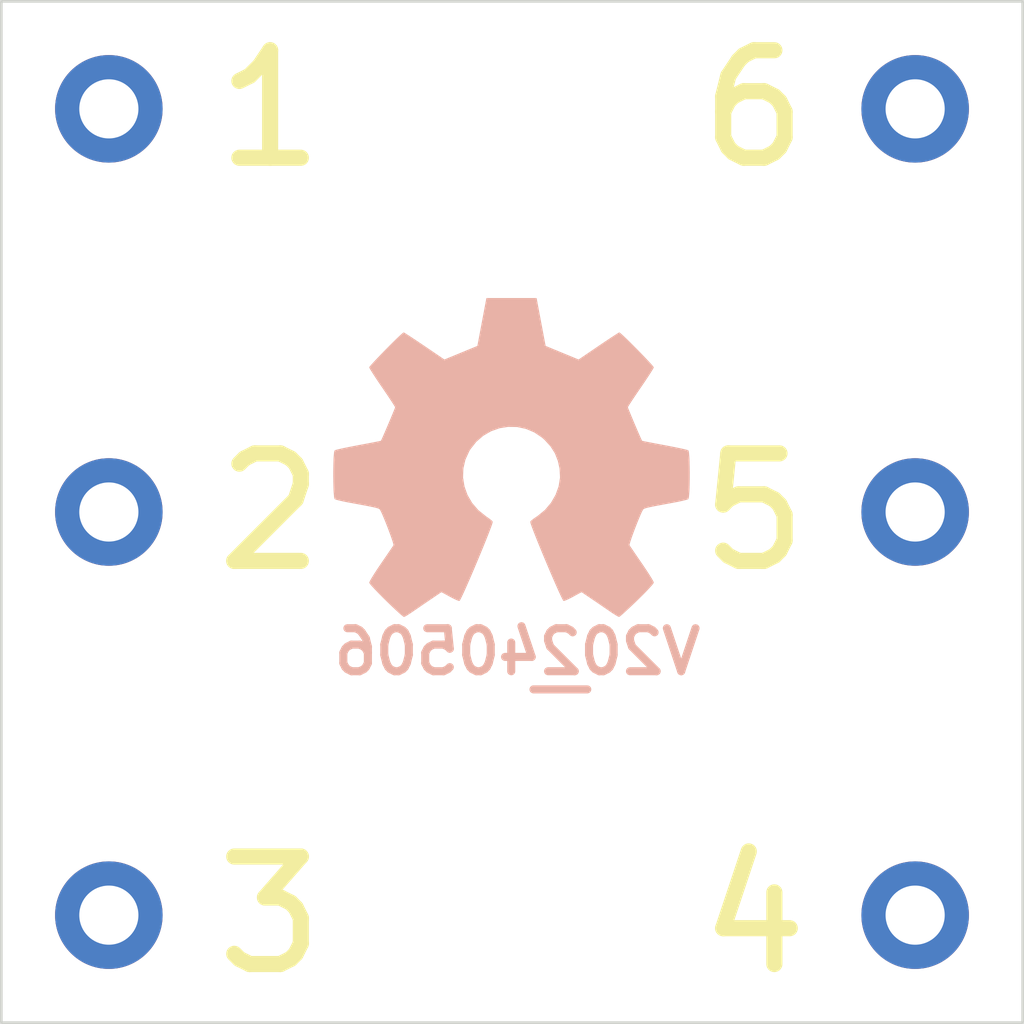
<source format=kicad_pcb>
(kicad_pcb (version 20221018) (generator pcbnew)
  (layers (0 "F.Cu" mixed) (31 "B.Cu" mixed) (34 "B.Paste" user) (35 "F.Paste" user) (36 "B.SilkS" user "B.Silkscreen") (37 "F.SilkS" user "F.Silkscreen") (38 "B.Mask" user) (39 "F.Mask" user) (44 "Edge.Cuts" user))
  (net 0 "")
  (net 1 "Net-(J1-Pin_1)")
  (footprint "mill-max:PC_pin_nail_head_6092" (layer "F.Cu") (at 142.5 62.5)
    (fp_text reference "J1")
    (fp_text value "1" (at 3 0) (layer "F.SilkS") (effects (font (size 2 2) (thickness 0.3))))
    (pad "1" thru_hole circle locked (at 0 0) (size 2 2) (drill 1.1) (layers "*.Cu" "*.Mask") (net 1 "Net-(J1-Pin_1)"))
  )
  (footprint "mill-max:PC_pin_nail_head_6092" (layer "F.Cu") (at 142.5 70)
    (fp_text reference "J2")
    (fp_text value "2" (at 3 0) (layer "F.SilkS") (effects (font (size 2 2) (thickness 0.3))))
    (pad "1" thru_hole circle locked (at 0 0) (size 2 2) (drill 1.1) (layers "*.Cu" "*.Mask") (net 1 "Net-(J1-Pin_1)"))
  )
  (footprint "mill-max:PC_pin_nail_head_6092" (layer "F.Cu") (at 142.5 77.5)
    (fp_text reference "J3")
    (fp_text value "3" (at 3 0) (layer "F.SilkS") (effects (font (size 2 2) (thickness 0.3))))
    (pad "1" thru_hole circle locked (at 0 0) (size 2 2) (drill 1.1) (layers "*.Cu" "*.Mask") (net 1 "Net-(J1-Pin_1)"))
  )
  (footprint "mill-max:PC_pin_nail_head_6092" (layer "F.Cu") (at 157.5 70)
    (fp_text reference "J5")
    (fp_text value "5" (at -3 0) (layer "F.SilkS") (effects (font (size 2 2) (thickness 0.3))))
    (pad "1" thru_hole circle locked (at 0 0) (size 2 2) (drill 1.1) (layers "*.Cu" "*.Mask") (net 1 "Net-(J1-Pin_1)"))
  )
  (footprint "mill-max:PC_pin_nail_head_6092" (layer "F.Cu") (at 157.5 62.5)
    (fp_text reference "J6")
    (fp_text value "6" (at -3 0) (layer "F.SilkS") (effects (font (size 2 2) (thickness 0.3))))
    (pad "1" thru_hole circle locked (at 0 0) (size 2 2) (drill 1.1) (layers "*.Cu" "*.Mask") (net 1 "Net-(J1-Pin_1)"))
  )
  (footprint "mill-max:PC_pin_nail_head_6092" (layer "F.Cu") (at 157.5 77.5)
    (fp_text reference "J4")
    (fp_text value "4" (at -3 0) (layer "F.SilkS") (effects (font (size 2 2) (thickness 0.3))))
    (pad "1" thru_hole circle locked (at 0 0) (size 2 2) (drill 1.1) (layers "*.Cu" "*.Mask") (net 1 "Net-(J1-Pin_1)"))
  )
  (footprint "Symbol:OSHW-Symbol_6.7x6mm_SilkScreen" (layer "B.Cu") (at 150 69 180)
    (fp_text reference "N2" hide)
    (fp_text value "OHWLOGO" hide)
    (fp_poly (pts (xy 0.555814 2.531069) (xy 0.639635 2.086445) (xy 0.94892 1.958947) (xy 1.258206 1.831449) (xy 1.629246 2.083754) (xy 1.733157 2.154004) (xy 1.827087 2.216728) (xy 1.906652 2.269062) (xy 1.96747 2.308143) (xy 2.005157 2.331107) (xy 2.015421 2.336058) (xy 2.03391 2.323324) (xy 2.07342 2.288118) (xy 2.129522 2.234938) (xy 2.197787 2.168282) (xy 2.273786 2.092646) (xy 2.353092 2.012528) (xy 2.431275 1.932426) (xy 2.503907 1.856836) (xy 2.566559 1.790255) (xy 2.614803 1.737182) (xy 2.64421 1.702113) (xy 2.651241 1.690377) (xy 2.641123 1.66874) (xy 2.612759 1.621338) (xy 2.569129 1.552807) (xy 2.513218 1.467785) (xy 2.448006 1.370907) (xy 2.410219 1.31565) (xy 2.341343 1.214752) (xy 2.28014 1.123701) (xy 2.229578 1.04703) (xy 2.192628 0.989272) (xy 2.172258 0.954957) (xy 2.169197 0.947746) (xy 2.176136 0.927252) (xy 2.195051 0.879487) (xy 2.223087 0.811168) (xy 2.257391 0.729011) (xy 2.295109 0.63973) (xy 2.333387 0.550042) (xy 2.36937 0.466662) (xy 2.400206 0.396306) (xy 2.423039 0.34569) (xy 2.435017 0.321529) (xy 2.435724 0.320578) (xy 2.454531 0.315964) (xy 2.504618 0.305672) (xy 2.580793 0.290713) (xy 2.677865 0.272099) (xy 2.790643 0.250841) (xy 2.856442 0.238582) (xy 2.97695 0.215638) (xy 3.085797 0.193805) (xy 3.177476 0.174278) (xy 3.246481 0.158252) (xy 3.287304 0.146921) (xy 3.295511 0.143326) (xy 3.303548 0.118994) (xy 3.310033 0.064041) (xy 3.31497 -0.015108) (xy 3.318364 -0.112026) (xy 3.320218 -0.220287) (xy 3.320538 -0.333465) (xy 3.319327 -0.445135) (xy 3.31659 -0.548868) (xy 3.312331 -0.638241) (xy 3.306555 -0.706826) (xy 3.299267 -0.748197) (xy 3.294895 -0.75681) (xy 3.268764 -0.767133) (xy 3.213393 -0.781892) (xy 3.136107 -0.799352) (xy 3.04423 -0.81778) (xy 3.012158 -0.823741) (xy 2.857524 -0.852066) (xy 2.735375 -0.874876) (xy 2.641673 -0.89308) (xy 2.572384 -0.907583) (xy 2.523471 -0.919292) (xy 2.490897 -0.929115) (xy 2.470628 -0.937956) (xy 2.458626 -0.946724) (xy 2.456947 -0.948457) (xy 2.440184 -0.976371) (xy 2.414614 -1.030695) (xy 2.382788 -1.104777) (xy 2.34726 -1.191965) (xy 2.310583 -1.285608) (xy 2.275311 -1.379052) (xy 2.243996 -1.465647) (xy 2.219193 -1.53874) (xy 2.203454 -1.591678) (xy 2.199332 -1.617811) (xy 2.199676 -1.618726) (xy 2.213641 -1.640086) (xy 2.245322 -1.687084) (xy 2.291391 -1.754827) (xy 2.348518 -1.838423) (xy 2.413373 -1.932982) (xy 2.431843 -1.959854) (xy 2.497699 -2.057275) (xy 2.55565 -2.146163) (xy 2.602538 -2.221412) (xy 2.635207 -2.27792) (xy 2.6505 -2.310581) (xy 2.651241 -2.314593) (xy 2.638392 -2.335684) (xy 2.602888 -2.377464) (xy 2.549293 -2.435445) (xy 2.482171 -2.505135) (xy 2.406087 -2.582045) (xy 2.325604 -2.661683) (xy 2.245287 -2.739561) (xy 2.169699 -2.811186) (xy 2.103405 -2.87207) (xy 2.050969 -2.917721) (xy 2.016955 -2.94365) (xy 2.007545 -2.947883) (xy 1.985643 -2.937912) (xy 1.9408 -2.91102) (xy 1.880321 -2.871736) (xy 1.833789 -2.840117) (xy 1.749475 -2.782098) (xy 1.649626 -2.713784) (xy 1.549473 -2.645579) (xy 1.495627 -2.609075) (xy 1.313371 -2.4858) (xy 1.160381 -2.56852) (xy 1.090682 -2.604759) (xy 1.031414 -2.632926) (xy 0.991311 -2.648991) (xy 0.981103 -2.651226) (xy 0.968829 -2.634722) (xy 0.944613 -2.588082) (xy 0.910263 -2.515609) (xy 0.867588 -2.421606) (xy 0.818394 -2.310374) (xy 0.76449 -2.186215) (xy 0.707684 -2.053432) (xy 0.649782 -1.916327) (xy 0.592593 -1.779202) (xy 0.537924 -1.646358) (xy 0.487584 -1.522098) (xy 0.44338 -1.410725) (xy 0.407119 -1.316539) (xy 0.380609 -1.243844) (xy 0.365658 -1.196941) (xy 0.363254 -1.180833) (xy 0.382311 -1.160286) (xy 0.424036 -1.126933) (xy 0.479706 -1.087702) (xy 0.484378 -1.084599) (xy 0.628264 -0.969423) (xy 0.744283 -0.835053) (xy 0.83143 -0.685784) (xy 0.888699 -0.525913) (xy 0.915086 -0.359737) (xy 0.909585 -0.191552) (xy 0.87119 -0.025655) (xy 0.798895 0.133658) (xy 0.777626 0.168513) (xy 0.666996 0.309263) (xy 0.536302 0.422286) (xy 0.390064 0.506997) (xy 0.232808 0.562806) (xy 0.069057 0.589126) (xy -0.096667 0.58537) (xy -0.259838 0.55095) (xy -0.415935 0.485277) (xy -0.560433 0.387765) (xy -0.605131 0.348187) (xy -0.718888 0.224297) (xy -0.801782 0.093876) (xy -0.858644 -0.052315) (xy -0.890313 -0.197088) (xy -0.898131 -0.35986) (xy -0.872062 -0.52344) (xy -0.814755 -0.682298) (xy -0.728856 -0.830906) (xy -0.617014 -0.963735) (xy -0.481877 -1.075256) (xy -0.464117 -1.087011) (xy -0.40785 -1.125508) (xy -0.365077 -1.158863) (xy -0.344628 -1.18016) (xy -0.344331 -1.180833) (xy -0.348721 -1.203871) (xy -0.366124 -1.256157) (xy -0.394732 -1.33339) (xy -0.432735 -1.431268) (xy -0.478326 -1.545491) (xy -0.529697 -1.671758) (xy -0.585038 -1.805767) (xy -0.642542 -1.943218) (xy -0.700399 -2.079808) (xy -0.756802 -2.211237) (xy -0.809942 -2.333205) (xy -0.85801 -2.441409) (xy -0.899199 -2.531549) (xy -0.931699 -2.599323) (xy -0.953703 -2.64043) (xy -0.962564 -2.651226) (xy -0.98964 -2.642819) (xy -1.040303 -2.620272) (xy -1.105817 -2.587613) (xy -1.141841 -2.56852) (xy -1.294832 -2.4858) (xy -1.477088 -2.609075) (xy -1.570125 -2.672228) (xy -1.671985 -2.741727) (xy -1.767438 -2.807165) (xy -1.81525 -2.840117) (xy -1.882495 -2.885273) (xy -1.939436 -2.921057) (xy -1.978646 -2.942938) (xy -1.991381 -2.947563) (xy -2.009917 -2.935085) (xy -2.050941 -2.900252) (xy -2.110475 -2.846678) (xy -2.184542 -2.777983) (xy -2.269165 -2.697781) (xy -2.322685 -2.646286) (xy -2.416319 -2.554286) (xy -2.497241 -2.471999) (xy -2.562177 -2.402945) (xy -2.607858 -2.350644) (xy -2.631011 -2.318616) (xy -2.633232 -2.312116) (xy -2.622924 -2.287394) (xy -2.594439 -2.237405) (xy -2.550937 -2.167212) (xy -2.495577 -2.081875) (xy -2.43152 -1.986456) (xy -2.413303 -1.959854) (xy -2.346927 -1.863167) (xy -2.287378 -1.776117) (xy -2.237984 -1.703595) (xy -2.202075 -1.650493) (xy -2.182981 -1.621703) (xy -2.181136 -1.618726) (xy -2.183895 -1.595782) (xy -2.198538 -1.545336) (xy -2.222513 -1.474041) (xy -2.253266 -1.388547) (xy -2.288244 -1.295507) (xy -2.324893 -1.201574) (xy -2.360661 -1.113399) (xy -2.392994 -1.037634) (xy -2.419338 -0.980931) (xy -2.437142 -0.949943) (xy -2.438407 -0.948457) (xy -2.449294 -0.939601) (xy -2.467682 -0.930843) (xy -2.497606 -0.921277) (xy -2.543103 -0.909996) (xy -2.608209 -0.896093) (xy -2.696961 -0.878663) (xy -2.813393 -0.856798) (xy -2.961542 -0.829591) (xy -2.993618 -0.823741) (xy -3.088686 -0.805374) (xy -3.171565 -0.787405) (xy -3.23493 -0.771569) (xy -3.271458 -0.7596) (xy -3.276356 -0.75681) (xy -3.284427 -0.732072) (xy -3.290987 -0.67679) (xy -3.296033 -0.597389) (xy -3.299559 -0.500296) (xy -3.301561 -0.391938) (xy -3.302036 -0.27874) (xy -3.300977 -0.167128) (xy -3.298382 -0.063529) (xy -3.294246 0.025632) (xy -3.288563 0.093928) (xy -3.281331 0.134934) (xy -3.276971 0.143326) (xy -3.252698 0.151792) (xy -3.197426 0.165565) (xy -3.116662 0.18345) (xy -3.015912 0.204252) (xy -2.900683 0.226777) (xy -2.837902 0.238582) (xy -2.718787 0.260849) (xy -2.612565 0.281021) (xy -2.524427 0.298085) (xy -2.459566 0.311031) (xy -2.423174 0.318845) (xy -2.417184 0.320578) (xy -2.407061 0.34011) (xy -2.385662 0.387157) (xy -2.355839 0.454997) (xy -2.320445 0.536909) (xy -2.282332 0.626172) (xy -2.244353 0.716065) (xy -2.20936 0.799865) (xy -2.180206 0.870853) (xy -2.159743 0.922306) (xy -2.150823 0.947503) (xy -2.150657 0.948604) (xy -2.160769 0.968481) (xy -2.189117 1.014223) (xy -2.232723 1.081283) (xy -2.288606 1.165116) (xy -2.353787 1.261174) (xy -2.391679 1.31635) (xy -2.460725 1.417519) (xy -2.52205 1.50937) (xy -2.572663 1.587256) (xy -2.609571 1.646531) (xy -2.629782 1.682549) (xy -2.632701 1.690623) (xy -2.620153 1.709416) (xy -2.585463 1.749543) (xy -2.533063 1.806507) (xy -2.467384 1.875815) (xy -2.392856 1.952969) (xy -2.313913 2.033475) (xy -2.234983 2.112837) (xy -2.1605 2.18656) (xy -2.094894 2.250148) (xy -2.042596 2.299106) (xy -2.008039 2.328939) (xy -1.996478 2.336058) (xy -1.977654 2.326047) (xy -1.932631 2.297922) (xy -1.865787 2.254546) (xy -1.781499 2.198782) (xy -1.684144 2.133494) (xy -1.610707 2.083754) (xy -1.239667 1.831449) (xy -0.621095 2.086445) (xy -0.537275 2.531069) (xy -0.453454 2.975693) (xy 0.471994 2.975693) (xy 0.555814 2.531069)) (stroke (width 0.01)) (fill solid) (layer "B.SilkS"))
  )
  (footprint "SquantorLabels:Label_Generic" (layer "B.Cu") (at 150.9 72.7 180)
    (fp_text reference "N1" hide)
    (fp_text value "V20240506" (at 0.8 0.1) (layer "B.SilkS") (effects (font (size 0.8 0.8)) (justify mirror)))
    (fp_line (start -0.5 -0.6) (end 0.5 -0.6) (stroke (width 0.15)) (layer "B.SilkS"))
  )
  (gr_line (start 140.5 79.5) (end 159.5 79.5) (stroke (width 0.05)) (layer "Edge.Cuts"))
  (gr_line (start 159.5 60.5) (end 159.5 79.5) (stroke (width 0.05)) (layer "Edge.Cuts"))
  (gr_line (start 159.5 60.5) (end 140.5 60.5) (stroke (width 0.05)) (layer "Edge.Cuts"))
  (gr_line (start 140.5 79.5) (end 140.5 60.5) (stroke (width 0.05)) (layer "Edge.Cuts"))
)
</source>
